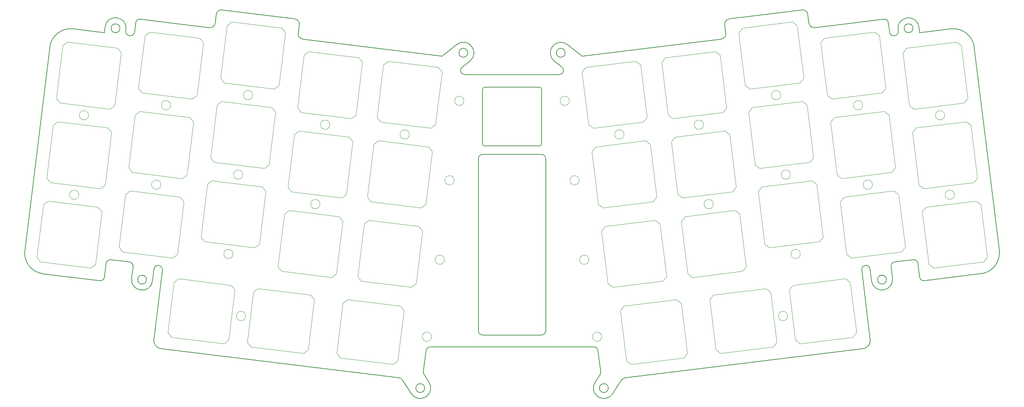
<source format=gm1>
G04 #@! TF.GenerationSoftware,KiCad,Pcbnew,7.0.10-7.0.10~ubuntu23.04.1*
G04 #@! TF.CreationDate,2024-02-03T19:19:06+00:00*
G04 #@! TF.ProjectId,plate_3_thumbs,706c6174-655f-4335-9f74-68756d62732e,v0.1*
G04 #@! TF.SameCoordinates,PX8bd8a70PY50733a9*
G04 #@! TF.FileFunction,Profile,NP*
%FSLAX46Y46*%
G04 Gerber Fmt 4.6, Leading zero omitted, Abs format (unit mm)*
G04 Created by KiCad (PCBNEW 7.0.10-7.0.10~ubuntu23.04.1) date 2024-02-03 19:19:06*
%MOMM*%
%LPD*%
G01*
G04 APERTURE LIST*
G04 #@! TA.AperFunction,Profile*
%ADD10C,0.200000*%
G04 #@! TD*
G04 #@! TA.AperFunction,Profile*
%ADD11C,0.050000*%
G04 #@! TD*
G04 APERTURE END LIST*
D10*
X77682917Y-58995632D02*
X95052477Y-61128345D01*
X130002631Y-69966074D02*
X133525011Y-67208887D01*
X243493502Y-122541636D02*
G75*
G03*
X244607885Y-123412317I992598J121936D01*
G01*
X173443954Y-146544944D02*
X230025537Y-139597600D01*
X153139472Y-91358057D02*
X140139472Y-91358057D01*
X50197233Y-119273574D02*
X49795467Y-122545699D01*
X30863549Y-116191113D02*
G75*
G03*
X35216943Y-121763192I4962551J-609487D01*
G01*
X136609867Y-71143852D02*
G75*
G03*
X133525011Y-67208887I-1542467J1967452D01*
G01*
X166363422Y-147599714D02*
G75*
G03*
X170552210Y-150329837I2094378J-1365086D01*
G01*
X136117430Y-69176357D02*
G75*
G03*
X134017430Y-69176357I-1050000J0D01*
G01*
X134017430Y-69176357D02*
G75*
G03*
X136117430Y-69176357I1050000J0D01*
G01*
X51311653Y-118402862D02*
G75*
G03*
X50197234Y-119273574I-121953J-992438D01*
G01*
X61558128Y-120668517D02*
X61215624Y-123457990D01*
X122736741Y-150333918D02*
X120560880Y-146995520D01*
X55746721Y-65124164D02*
X55826748Y-65133990D01*
X258071990Y-121759108D02*
G75*
G03*
X262425377Y-116187055I-609190J4962608D01*
G01*
X96097289Y-62465643D02*
X95839839Y-64562398D01*
X230025536Y-139597589D02*
G75*
G03*
X231766889Y-137368768I-243736J1985089D01*
G01*
X127205790Y-139149902D02*
X166082638Y-139146364D01*
X243493469Y-122541640D02*
X243091703Y-119269515D01*
X54876034Y-64009747D02*
G75*
G03*
X55746721Y-65124163I992566J-121853D01*
G01*
X61522046Y-137372827D02*
X63543155Y-120912212D01*
X56595463Y-120059178D02*
G75*
G03*
X55724720Y-118944754I-992663J121778D01*
G01*
X56252893Y-122848643D02*
X56595397Y-120059170D01*
X217200710Y-62133147D02*
G75*
G03*
X218538067Y-63177949I1191290J146547D01*
G01*
X63263399Y-139601659D02*
X119844982Y-146549003D01*
X243356838Y-63035489D02*
G75*
G03*
X238368964Y-63647923I-2493938J-306211D01*
G01*
X232073312Y-123453931D02*
X231730808Y-120664458D01*
X74750870Y-63182004D02*
G75*
G03*
X76088171Y-62137199I146130J1191204D01*
G01*
X196404283Y-65895631D02*
G75*
G03*
X197449097Y-64558339I-146083J1190931D01*
G01*
X232073347Y-123453927D02*
G75*
G03*
X237036042Y-122844584I2481353J304627D01*
G01*
X140139472Y-77358057D02*
X153139472Y-77358057D01*
X95839848Y-64562399D02*
G75*
G03*
X96884652Y-65899695I1190852J-146401D01*
G01*
X134779321Y-72573626D02*
G75*
G03*
X135394999Y-74361699I615579J-788074D01*
G01*
X96097284Y-62465642D02*
G75*
G03*
X95052475Y-61128345I-1191184J146142D01*
G01*
X256488493Y-67835015D02*
X262425377Y-116187055D01*
X159271506Y-69172298D02*
G75*
G03*
X157171506Y-69172298I-1050000J0D01*
G01*
X157171506Y-69172298D02*
G75*
G03*
X159271506Y-69172298I1050000J0D01*
G01*
X154640692Y-94348132D02*
X154640691Y-135348130D01*
X135394999Y-74361699D02*
X157895290Y-74358473D01*
X243523049Y-64389422D02*
X250916415Y-63481631D01*
X153640692Y-136348133D02*
X139640692Y-136348133D01*
X136609849Y-71143829D02*
X134779303Y-72573604D01*
X54919971Y-63651982D02*
G75*
G03*
X49932129Y-63039552I-2493921J306212D01*
G01*
X218538067Y-63177950D02*
X234959918Y-61161600D01*
X56252895Y-122848643D02*
G75*
G03*
X61215624Y-123457990I2481365J-304667D01*
G01*
X161709203Y-68729846D02*
X163286305Y-69962015D01*
X42372521Y-63485690D02*
X49765887Y-64393481D01*
X58329012Y-61165708D02*
G75*
G03*
X57214603Y-62036336I-121912J-992492D01*
G01*
X127205790Y-139149882D02*
G75*
G03*
X126214751Y-140017014I110J-1000018D01*
G01*
X237564220Y-118940724D02*
G75*
G03*
X236693540Y-120055111I121780J-992476D01*
G01*
X159763925Y-67204825D02*
X161709203Y-68729846D01*
X42372519Y-63485705D02*
G75*
G03*
X36800443Y-67839074I-609219J-4962895D01*
G01*
X138640767Y-135348132D02*
G75*
G03*
X139640692Y-136348133I1000233J232D01*
G01*
X197449097Y-64558339D02*
X197191647Y-62461584D01*
X236693539Y-120055111D02*
X237036043Y-122844584D01*
X235604679Y-123149257D02*
G75*
G03*
X233504677Y-123149257I-1050001J0D01*
G01*
X233504677Y-123149257D02*
G75*
G03*
X235604679Y-123149257I1050001J0D01*
G01*
X58329018Y-61165659D02*
X74750869Y-63182009D01*
X153639543Y-77858057D02*
G75*
G03*
X153139472Y-77358057I-500043J-43D01*
G01*
X258071993Y-121759133D02*
X244607885Y-123412317D01*
X236074307Y-62032280D02*
G75*
G03*
X234959918Y-61161601I-992507J-121820D01*
G01*
X172728056Y-146991461D02*
X170552195Y-150329859D01*
X153639472Y-77858057D02*
X153639472Y-90858057D01*
X48681051Y-123416373D02*
G75*
G03*
X49795467Y-122545699I121849J992573D01*
G01*
X55826750Y-65133972D02*
G75*
G03*
X56941164Y-64263313I121850J992572D01*
G01*
X167073850Y-140013399D02*
X167747194Y-145032513D01*
X236347789Y-64259252D02*
G75*
G03*
X237462188Y-65129931I992611J121952D01*
G01*
X139640692Y-93348132D02*
X153640692Y-93348132D01*
X167073852Y-140013399D02*
G75*
G03*
X166082638Y-139146364I-991152J-133001D01*
G01*
X198236459Y-61124286D02*
X215606019Y-58991573D01*
X125881141Y-148968822D02*
G75*
G03*
X123781139Y-148968822I-1050001J0D01*
G01*
X123781139Y-148968822D02*
G75*
G03*
X125881141Y-148968822I1050001J0D01*
G01*
X241912885Y-63341708D02*
G75*
G03*
X239812885Y-63341708I-1050000J0D01*
G01*
X239812885Y-63341708D02*
G75*
G03*
X241912885Y-63341708I1050000J0D01*
G01*
X238368963Y-63647923D02*
X238412891Y-64005689D01*
X236074334Y-62032277D02*
X236347772Y-64259254D01*
X139640692Y-93348092D02*
G75*
G03*
X138640692Y-94348132I8J-1000008D01*
G01*
X256488543Y-67835009D02*
G75*
G03*
X250916415Y-63481632I-4962843J-609491D01*
G01*
X122736732Y-150333891D02*
G75*
G03*
X126925554Y-147603747I2094438J1365031D01*
G01*
X96884652Y-65899696D02*
X130002631Y-69966074D01*
X163286305Y-69962015D02*
X196404284Y-65895637D01*
X153139472Y-91358072D02*
G75*
G03*
X153639472Y-90858057I28J499972D01*
G01*
X243091677Y-119269518D02*
G75*
G03*
X241977287Y-118398839I-992477J-121782D01*
G01*
X154640668Y-94348132D02*
G75*
G03*
X153640692Y-93348132I-999968J32D01*
G01*
X166363381Y-147599689D02*
X167593882Y-145711350D01*
X159763919Y-67204835D02*
G75*
G03*
X156679087Y-71139770I-1542419J-1967465D01*
G01*
X139639472Y-90858057D02*
X139639472Y-77858057D01*
X157895290Y-74358488D02*
G75*
G03*
X158510700Y-72570378I-90J999988D01*
G01*
X169507797Y-148964763D02*
G75*
G03*
X167407795Y-148964763I-1050001J0D01*
G01*
X167407795Y-148964763D02*
G75*
G03*
X169507797Y-148964763I1050001J0D01*
G01*
X48681051Y-123416376D02*
X35216943Y-121763192D01*
X237564216Y-118940695D02*
X241977287Y-118398838D01*
X51311649Y-118402897D02*
X55724720Y-118944754D01*
X125541773Y-145036576D02*
G75*
G03*
X125695054Y-145715409I991127J-132924D01*
G01*
X125695054Y-145715409D02*
X126925555Y-147603748D01*
X54876045Y-64009748D02*
X54919973Y-63651982D01*
X173443957Y-146544965D02*
G75*
G03*
X172728057Y-146991461I121843J-992535D01*
G01*
X216943315Y-60036384D02*
X217200764Y-62133140D01*
X231730816Y-120664421D02*
G75*
G03*
X229745781Y-120908153I-992516J-121879D01*
G01*
X243522605Y-64385805D02*
X243356807Y-63035493D01*
X167593876Y-145711346D02*
G75*
G03*
X167747194Y-145032513I-837776J545946D01*
G01*
X61522050Y-137372828D02*
G75*
G03*
X63263399Y-139601659I1985050J-243772D01*
G01*
X138640692Y-135348132D02*
X138640692Y-94348132D01*
X198236459Y-61124267D02*
G75*
G03*
X197191648Y-62461584I146341J-1191133D01*
G01*
X237462188Y-65129931D02*
X237542215Y-65120105D01*
X76088172Y-62137199D02*
X76345621Y-60040443D01*
X59784259Y-123153316D02*
G75*
G03*
X57684257Y-123153316I-1050001J0D01*
G01*
X57684257Y-123153316D02*
G75*
G03*
X59784259Y-123153316I1050001J0D01*
G01*
X125541742Y-145036572D02*
X126214750Y-140017014D01*
X56941164Y-64263313D02*
X57214602Y-62036336D01*
X120560891Y-146995513D02*
G75*
G03*
X119844982Y-146549003I-837791J-546087D01*
G01*
X158510700Y-72570378D02*
X156679087Y-71139770D01*
X139639543Y-90858057D02*
G75*
G03*
X140139472Y-91358057I499957J-43D01*
G01*
X53476051Y-63345767D02*
G75*
G03*
X51376051Y-63345767I-1050000J0D01*
G01*
X51376051Y-63345767D02*
G75*
G03*
X53476051Y-63345767I1050000J0D01*
G01*
X153640692Y-136348191D02*
G75*
G03*
X154640691Y-135348130I-92J1000091D01*
G01*
X140139472Y-77358072D02*
G75*
G03*
X139639472Y-77858057I28J-500028D01*
G01*
X30863559Y-116191114D02*
X36800443Y-67839074D01*
X49932129Y-63039552D02*
X49766331Y-64389864D01*
X216943396Y-60036375D02*
G75*
G03*
X215606019Y-58991574I-1191196J-146425D01*
G01*
X237542212Y-65120078D02*
G75*
G03*
X238412891Y-64005689I-121912J992578D01*
G01*
X229745781Y-120908153D02*
X231766890Y-137368768D01*
X63543082Y-120912203D02*
G75*
G03*
X61558132Y-120668481I-992482J121803D01*
G01*
X77682925Y-58995569D02*
G75*
G03*
X76345622Y-60040444I-146025J-1191331D01*
G01*
D11*
X199603329Y-106673651D02*
X187692775Y-108136083D01*
X199603329Y-106673651D02*
X200717744Y-107544328D01*
X186822098Y-109250499D02*
X187692775Y-108136083D01*
X186822098Y-109250499D02*
X188357652Y-121756580D01*
X202253298Y-120050409D02*
X200717744Y-107544328D01*
X188357652Y-121756580D02*
X189472067Y-122627257D01*
X201382621Y-121164825D02*
X202253298Y-120050409D01*
X189472067Y-122627257D02*
X201382621Y-121164825D01*
X167960803Y-136750673D02*
G75*
G03*
X165760803Y-136750673I-1100000J0D01*
G01*
X165760803Y-136750673D02*
G75*
G03*
X167960803Y-136750673I1100000J0D01*
G01*
X217930931Y-99625039D02*
X206020377Y-101087471D01*
X217930931Y-99625039D02*
X219045346Y-100495716D01*
X205149700Y-102201887D02*
X206020377Y-101087471D01*
X205149700Y-102201887D02*
X206685254Y-114707968D01*
X220580900Y-113001797D02*
X219045346Y-100495716D01*
X206685254Y-114707968D02*
X207799669Y-115578645D01*
X219710223Y-114116213D02*
X220580900Y-113001797D01*
X207799669Y-115578645D02*
X219710223Y-114116213D01*
X115447549Y-85670428D02*
X127358103Y-87132860D01*
X115447549Y-85670428D02*
X114576872Y-84556012D01*
X128472518Y-86262183D02*
X127358103Y-87132860D01*
X128472518Y-86262183D02*
X130008072Y-73756102D01*
X116112426Y-72049931D02*
X114576872Y-84556012D01*
X130008072Y-73756102D02*
X129137395Y-72641686D01*
X117226841Y-71179254D02*
X116112426Y-72049931D01*
X129137395Y-72641686D02*
X117226841Y-71179254D01*
X113125938Y-104578432D02*
X125036492Y-106040864D01*
X113125938Y-104578432D02*
X112255261Y-103464016D01*
X126150907Y-105170187D02*
X125036492Y-106040864D01*
X126150907Y-105170187D02*
X127686461Y-92664106D01*
X113790815Y-90957935D02*
X112255261Y-103464016D01*
X127686461Y-92664106D02*
X126815784Y-91549690D01*
X114905230Y-90087258D02*
X113790815Y-90957935D01*
X126815784Y-91549690D02*
X114905230Y-90087258D01*
X85178263Y-126133133D02*
X83715831Y-138043687D01*
X85178263Y-126133133D02*
X86292679Y-125262456D01*
X84586508Y-139158102D02*
X83715831Y-138043687D01*
X84586508Y-139158102D02*
X97092589Y-140693656D01*
X98798760Y-126798010D02*
X86292679Y-125262456D01*
X97092589Y-140693656D02*
X98207005Y-139822979D01*
X99669437Y-127912425D02*
X98798760Y-126798010D01*
X98207005Y-139822979D02*
X99669437Y-127912425D01*
X237419338Y-102030429D02*
X225508784Y-103492861D01*
X237419338Y-102030429D02*
X238533753Y-102901106D01*
X224638107Y-104607277D02*
X225508784Y-103492861D01*
X224638107Y-104607277D02*
X226173661Y-117113358D01*
X240069307Y-115407187D02*
X238533753Y-102901106D01*
X226173661Y-117113358D02*
X227288076Y-117984035D01*
X239198630Y-116521603D02*
X240069307Y-115407187D01*
X227288076Y-117984035D02*
X239198630Y-116521603D01*
X160268967Y-80607062D02*
G75*
G03*
X158068967Y-80607062I-1100000J0D01*
G01*
X158068967Y-80607062D02*
G75*
G03*
X160268967Y-80607062I1100000J0D01*
G01*
X235097727Y-83122425D02*
X223187173Y-84584857D01*
X235097727Y-83122425D02*
X236212142Y-83993102D01*
X222316496Y-85699273D02*
X223187173Y-84584857D01*
X222316496Y-85699273D02*
X223852050Y-98205354D01*
X237747696Y-96499183D02*
X236212142Y-83993102D01*
X223852050Y-98205354D02*
X224966465Y-99076031D01*
X236877019Y-97613599D02*
X237747696Y-96499183D01*
X224966465Y-99076031D02*
X236877019Y-97613599D01*
X127518141Y-136750673D02*
G75*
G03*
X125318141Y-136750673I-1100000J0D01*
G01*
X125318141Y-136750673D02*
G75*
G03*
X127518141Y-136750673I1100000J0D01*
G01*
X66270258Y-123811525D02*
X64807826Y-135722079D01*
X66270258Y-123811525D02*
X67384674Y-122940848D01*
X65678503Y-136836494D02*
X64807826Y-135722079D01*
X65678503Y-136836494D02*
X78184584Y-138372048D01*
X79890755Y-124476402D02*
X67384674Y-122940848D01*
X78184584Y-138372048D02*
X79299000Y-137501371D01*
X80761432Y-125590817D02*
X79890755Y-124476402D01*
X79299000Y-137501371D02*
X80761432Y-125590817D01*
X82674451Y-98147837D02*
G75*
G03*
X80474451Y-98147837I-1100000J0D01*
G01*
X80474451Y-98147837D02*
G75*
G03*
X82674451Y-98147837I1100000J0D01*
G01*
X232286730Y-100554051D02*
G75*
G03*
X230086730Y-100554051I-1100000J0D01*
G01*
X230086730Y-100554051D02*
G75*
G03*
X232286730Y-100554051I1100000J0D01*
G01*
X130566755Y-118423073D02*
G75*
G03*
X128366755Y-118423073I-1100000J0D01*
G01*
X128366755Y-118423073D02*
G75*
G03*
X130566755Y-118423073I1100000J0D01*
G01*
X54080315Y-116521603D02*
X65990869Y-117984035D01*
X54080315Y-116521603D02*
X53209638Y-115407187D01*
X67105284Y-117113358D02*
X65990869Y-117984035D01*
X67105284Y-117113358D02*
X68640838Y-104607277D01*
X54745192Y-102901106D02*
X53209638Y-115407187D01*
X68640838Y-104607277D02*
X67770161Y-103492861D01*
X55859607Y-102030429D02*
X54745192Y-102901106D01*
X67770161Y-103492861D02*
X55859607Y-102030429D01*
X180695325Y-108995262D02*
X168784771Y-110457694D01*
X180695325Y-108995262D02*
X181809740Y-109865939D01*
X167914094Y-111572110D02*
X168784771Y-110457694D01*
X167914094Y-111572110D02*
X169449648Y-124078191D01*
X183345294Y-122372020D02*
X181809740Y-109865939D01*
X169449648Y-124078191D02*
X170564063Y-124948868D01*
X182474617Y-123486436D02*
X183345294Y-122372020D01*
X170564063Y-124948868D02*
X182474617Y-123486436D01*
X96539545Y-83348817D02*
X108450099Y-84811249D01*
X96539545Y-83348817D02*
X95668868Y-82234401D01*
X109564514Y-83940572D02*
X108450099Y-84811249D01*
X109564514Y-83940572D02*
X111100068Y-71434491D01*
X97204422Y-69728320D02*
X95668868Y-82234401D01*
X111100068Y-71434491D02*
X110229391Y-70320075D01*
X98318837Y-68857643D02*
X97204422Y-69728320D01*
X110229391Y-70320075D02*
X98318837Y-68857643D01*
X43703801Y-102959440D02*
G75*
G03*
X41503801Y-102959440I-1100000J0D01*
G01*
X41503801Y-102959440D02*
G75*
G03*
X43703801Y-102959440I1100000J0D01*
G01*
X249453525Y-84051435D02*
G75*
G03*
X247253525Y-84051435I-1100000J0D01*
G01*
X247253525Y-84051435D02*
G75*
G03*
X249453525Y-84051435I1100000J0D01*
G01*
X110804327Y-123486436D02*
X122714881Y-124948868D01*
X110804327Y-123486436D02*
X109933650Y-122372020D01*
X123829296Y-124078191D02*
X122714881Y-124948868D01*
X123829296Y-124078191D02*
X125364850Y-111572110D01*
X111469204Y-109865939D02*
X109933650Y-122372020D01*
X125364850Y-111572110D02*
X124494173Y-110457694D01*
X112583619Y-108995262D02*
X111469204Y-109865939D01*
X124494173Y-110457694D02*
X112583619Y-108995262D01*
X210476715Y-79240650D02*
G75*
G03*
X208276715Y-79240650I-1100000J0D01*
G01*
X208276715Y-79240650D02*
G75*
G03*
X210476715Y-79240650I1100000J0D01*
G01*
X106449768Y-128744945D02*
X104987336Y-140655499D01*
X106449768Y-128744945D02*
X107564184Y-127874268D01*
X105858013Y-141769914D02*
X104987336Y-140655499D01*
X105858013Y-141769914D02*
X118364094Y-143305468D01*
X120070265Y-129409822D02*
X107564184Y-127874268D01*
X118364094Y-143305468D02*
X119478510Y-142434791D01*
X120940942Y-130524237D02*
X120070265Y-129409822D01*
X119478510Y-142434791D02*
X120940942Y-130524237D01*
X36913519Y-100018989D02*
X48824073Y-101481421D01*
X36913519Y-100018989D02*
X36042842Y-98904573D01*
X49938488Y-100610744D02*
X48824073Y-101481421D01*
X49938488Y-100610744D02*
X51474042Y-88104663D01*
X37578396Y-86398492D02*
X36042842Y-98904573D01*
X51474042Y-88104663D02*
X50603365Y-86990247D01*
X38692811Y-85527815D02*
X37578396Y-86398492D01*
X50603365Y-86990247D02*
X38692811Y-85527815D01*
X164912189Y-118423073D02*
G75*
G03*
X162712189Y-118423073I-1100000J0D01*
G01*
X162712189Y-118423073D02*
G75*
G03*
X164912189Y-118423073I1100000J0D01*
G01*
X232776116Y-64214421D02*
X220865562Y-65676853D01*
X232776116Y-64214421D02*
X233890531Y-65085098D01*
X219994885Y-66791269D02*
X220865562Y-65676853D01*
X219994885Y-66791269D02*
X221530439Y-79297350D01*
X235426085Y-77591179D02*
X233890531Y-65085098D01*
X221530439Y-79297350D02*
X222644854Y-80168027D01*
X234555408Y-78705595D02*
X235426085Y-77591179D01*
X222644854Y-80168027D02*
X234555408Y-78705595D01*
X212517512Y-125590812D02*
X213979944Y-137501366D01*
X212517512Y-125590812D02*
X213388189Y-124476397D01*
X215094360Y-138372043D02*
X213979944Y-137501366D01*
X215094360Y-138372043D02*
X227600441Y-136836489D01*
X225894270Y-122940843D02*
X213388189Y-124476397D01*
X227600441Y-136836489D02*
X228471118Y-135722074D01*
X227008686Y-123811520D02*
X225894270Y-122940843D01*
X228471118Y-135722074D02*
X227008686Y-123811520D01*
X252264523Y-66619811D02*
X240353969Y-68082243D01*
X252264523Y-66619811D02*
X253378938Y-67490488D01*
X239483292Y-69196659D02*
X240353969Y-68082243D01*
X239483292Y-69196659D02*
X241018846Y-81702740D01*
X254914492Y-79996569D02*
X253378938Y-67490488D01*
X241018846Y-81702740D02*
X242133261Y-82573417D01*
X254043815Y-81110985D02*
X254914492Y-79996569D01*
X242133261Y-82573417D02*
X254043815Y-81110985D01*
X56401926Y-97613599D02*
X68312480Y-99076031D01*
X56401926Y-97613599D02*
X55531249Y-96499183D01*
X69426895Y-98205354D02*
X68312480Y-99076031D01*
X69426895Y-98205354D02*
X70962449Y-85699273D01*
X57066803Y-83993102D02*
X55531249Y-96499183D01*
X70962449Y-85699273D02*
X70091772Y-84584857D01*
X58181218Y-83122425D02*
X57066803Y-83993102D01*
X70091772Y-84584857D02*
X58181218Y-83122425D01*
X39235130Y-81110985D02*
X51145684Y-82573417D01*
X39235130Y-81110985D02*
X38364453Y-79996569D01*
X52260099Y-81702740D02*
X51145684Y-82573417D01*
X52260099Y-81702740D02*
X53795653Y-69196659D01*
X39900007Y-67490488D02*
X38364453Y-79996569D01*
X53795653Y-69196659D02*
X52924976Y-68082243D01*
X41014422Y-66619811D02*
X39900007Y-67490488D01*
X52924976Y-68082243D02*
X41014422Y-66619811D01*
X193609508Y-127912425D02*
X195071940Y-139822979D01*
X193609508Y-127912425D02*
X194480185Y-126798010D01*
X196186356Y-140693656D02*
X195071940Y-139822979D01*
X196186356Y-140693656D02*
X208692437Y-139158102D01*
X206986266Y-125262456D02*
X194480185Y-126798010D01*
X208692437Y-139158102D02*
X209563114Y-138043687D01*
X208100682Y-126133133D02*
X206986266Y-125262456D01*
X209563114Y-138043687D02*
X208100682Y-126133133D01*
X192149112Y-86289267D02*
G75*
G03*
X189949112Y-86289267I-1100000J0D01*
G01*
X189949112Y-86289267D02*
G75*
G03*
X192149112Y-86289267I1100000J0D01*
G01*
X65513824Y-81646043D02*
G75*
G03*
X63313824Y-81646043I-1100000J0D01*
G01*
X63313824Y-81646043D02*
G75*
G03*
X65513824Y-81646043I1100000J0D01*
G01*
X172338003Y-130524237D02*
X173800435Y-142434791D01*
X172338003Y-130524237D02*
X173208680Y-129409822D01*
X174914851Y-143305468D02*
X173800435Y-142434791D01*
X174914851Y-143305468D02*
X187420932Y-141769914D01*
X185714761Y-127874268D02*
X173208680Y-129409822D01*
X187420932Y-141769914D02*
X188291609Y-140655499D01*
X186829177Y-128744945D02*
X185714761Y-127874268D01*
X188291609Y-140655499D02*
X186829177Y-128744945D01*
X58723537Y-78705595D02*
X70634091Y-80168027D01*
X58723537Y-78705595D02*
X57852860Y-77591179D01*
X71748506Y-79297350D02*
X70634091Y-80168027D01*
X71748506Y-79297350D02*
X73284060Y-66791269D01*
X59388414Y-65085098D02*
X57852860Y-77591179D01*
X73284060Y-66791269D02*
X72413383Y-65676853D01*
X60502829Y-64214421D02*
X59388414Y-65085098D01*
X72413383Y-65676853D02*
X60502829Y-64214421D01*
X75890333Y-95208209D02*
X87800887Y-96670641D01*
X75890333Y-95208209D02*
X75019656Y-94093793D01*
X88915302Y-95799964D02*
X87800887Y-96670641D01*
X88915302Y-95799964D02*
X90450856Y-83293883D01*
X76555210Y-81587712D02*
X75019656Y-94093793D01*
X90450856Y-83293883D02*
X89580179Y-82179467D01*
X77669625Y-80717035D02*
X76555210Y-81587712D01*
X89580179Y-82179467D02*
X77669625Y-80717035D01*
X101002051Y-105196455D02*
G75*
G03*
X98802051Y-105196455I-1100000J0D01*
G01*
X98802051Y-105196455D02*
G75*
G03*
X101002051Y-105196455I1100000J0D01*
G01*
X251775141Y-102959438D02*
G75*
G03*
X249575141Y-102959438I-1100000J0D01*
G01*
X249575141Y-102959438D02*
G75*
G03*
X251775141Y-102959438I1100000J0D01*
G01*
X256909113Y-104432605D02*
X244998559Y-105895037D01*
X256909113Y-104432605D02*
X258023528Y-105303282D01*
X244127882Y-107009453D02*
X244998559Y-105895037D01*
X244127882Y-107009453D02*
X245663436Y-119515534D01*
X259559082Y-117809363D02*
X258023528Y-105303282D01*
X245663436Y-119515534D02*
X246777851Y-120386211D01*
X258688405Y-118923779D02*
X259559082Y-117809363D01*
X246777851Y-120386211D02*
X258688405Y-118923779D01*
X162590576Y-99515068D02*
G75*
G03*
X160390576Y-99515068I-1100000J0D01*
G01*
X160390576Y-99515068D02*
G75*
G03*
X162590576Y-99515068I1100000J0D01*
G01*
X85002227Y-79240652D02*
G75*
G03*
X82802227Y-79240652I-1100000J0D01*
G01*
X82802227Y-79240652D02*
G75*
G03*
X85002227Y-79240652I1100000J0D01*
G01*
X135209977Y-80607062D02*
G75*
G03*
X133009977Y-80607062I-1100000J0D01*
G01*
X133009977Y-80607062D02*
G75*
G03*
X135209977Y-80607062I1100000J0D01*
G01*
X80352841Y-117055846D02*
G75*
G03*
X78152841Y-117055846I-1100000J0D01*
G01*
X78152841Y-117055846D02*
G75*
G03*
X80352841Y-117055846I1100000J0D01*
G01*
X83338631Y-131817253D02*
G75*
G03*
X81138631Y-131817253I-1100000J0D01*
G01*
X81138631Y-131817253D02*
G75*
G03*
X83338631Y-131817253I1100000J0D01*
G01*
X173247274Y-88610059D02*
G75*
G03*
X171047274Y-88610059I-1100000J0D01*
G01*
X171047274Y-88610059D02*
G75*
G03*
X173247274Y-88610059I1100000J0D01*
G01*
X103329832Y-86289267D02*
G75*
G03*
X101129832Y-86289267I-1100000J0D01*
G01*
X101129832Y-86289267D02*
G75*
G03*
X103329832Y-86289267I1100000J0D01*
G01*
X34598076Y-118927813D02*
X46508630Y-120390245D01*
X34598076Y-118927813D02*
X33727399Y-117813397D01*
X47623045Y-119519568D02*
X46508630Y-120390245D01*
X47623045Y-119519568D02*
X49158599Y-107013487D01*
X35262953Y-105307316D02*
X33727399Y-117813397D01*
X49158599Y-107013487D02*
X48287922Y-105899071D01*
X36377368Y-104436639D02*
X35262953Y-105307316D01*
X48287922Y-105899071D02*
X36377368Y-104436639D01*
X215126101Y-117055844D02*
G75*
G03*
X212926101Y-117055844I-1100000J0D01*
G01*
X212926101Y-117055844D02*
G75*
G03*
X215126101Y-117055844I1100000J0D01*
G01*
X229965120Y-81646043D02*
G75*
G03*
X227765120Y-81646043I-1100000J0D01*
G01*
X227765120Y-81646043D02*
G75*
G03*
X229965120Y-81646043I1100000J0D01*
G01*
X91896323Y-121164825D02*
X103806877Y-122627257D01*
X91896323Y-121164825D02*
X91025646Y-120050409D01*
X104921292Y-121756580D02*
X103806877Y-122627257D01*
X104921292Y-121756580D02*
X106456846Y-109250499D01*
X92561200Y-107544328D02*
X91025646Y-120050409D01*
X106456846Y-109250499D02*
X105586169Y-108136083D01*
X93675615Y-106673651D02*
X92561200Y-107544328D01*
X105586169Y-108136083D02*
X93675615Y-106673651D01*
X212140311Y-131817251D02*
G75*
G03*
X209940311Y-131817251I-1100000J0D01*
G01*
X209940311Y-131817251D02*
G75*
G03*
X212140311Y-131817251I1100000J0D01*
G01*
X132888368Y-99515068D02*
G75*
G03*
X130688368Y-99515068I-1100000J0D01*
G01*
X130688368Y-99515068D02*
G75*
G03*
X132888368Y-99515068I1100000J0D01*
G01*
X73568722Y-114116213D02*
X85479276Y-115578645D01*
X73568722Y-114116213D02*
X72698045Y-113001797D01*
X86593691Y-114707968D02*
X85479276Y-115578645D01*
X86593691Y-114707968D02*
X88129245Y-102201887D01*
X74233599Y-100495716D02*
X72698045Y-113001797D01*
X88129245Y-102201887D02*
X87258568Y-101087471D01*
X75348014Y-99625039D02*
X74233599Y-100495716D01*
X87258568Y-101087471D02*
X75348014Y-99625039D01*
X254586134Y-85527815D02*
X242675580Y-86990247D01*
X254586134Y-85527815D02*
X255700549Y-86398492D01*
X241804903Y-88104663D02*
X242675580Y-86990247D01*
X241804903Y-88104663D02*
X243340457Y-100610744D01*
X257236103Y-98904573D02*
X255700549Y-86398492D01*
X243340457Y-100610744D02*
X244454872Y-101481421D01*
X256365426Y-100018989D02*
X257236103Y-98904573D01*
X244454872Y-101481421D02*
X256365426Y-100018989D01*
X176052103Y-71179254D02*
X164141549Y-72641686D01*
X176052103Y-71179254D02*
X177166518Y-72049931D01*
X163270872Y-73756102D02*
X164141549Y-72641686D01*
X163270872Y-73756102D02*
X164806426Y-86262183D01*
X178702072Y-84556012D02*
X177166518Y-72049931D01*
X164806426Y-86262183D02*
X165920841Y-87132860D01*
X177831395Y-85670428D02*
X178702072Y-84556012D01*
X165920841Y-87132860D02*
X177831395Y-85670428D01*
X197281718Y-87765647D02*
X185371164Y-89228079D01*
X197281718Y-87765647D02*
X198396133Y-88636324D01*
X184500487Y-90342495D02*
X185371164Y-89228079D01*
X184500487Y-90342495D02*
X186036041Y-102848576D01*
X199931687Y-101142405D02*
X198396133Y-88636324D01*
X186036041Y-102848576D02*
X187150456Y-103719253D01*
X199061010Y-102256821D02*
X199931687Y-101142405D01*
X187150456Y-103719253D02*
X199061010Y-102256821D01*
X178373714Y-90087258D02*
X166463160Y-91549690D01*
X178373714Y-90087258D02*
X179488129Y-90957935D01*
X165592483Y-92664106D02*
X166463160Y-91549690D01*
X165592483Y-92664106D02*
X167128037Y-105170187D01*
X181023683Y-103464016D02*
X179488129Y-90957935D01*
X167128037Y-105170187D02*
X168242452Y-106040864D01*
X180153006Y-104578432D02*
X181023683Y-103464016D01*
X168242452Y-106040864D02*
X180153006Y-104578432D01*
X194476891Y-105196453D02*
G75*
G03*
X192276891Y-105196453I-1100000J0D01*
G01*
X192276891Y-105196453D02*
G75*
G03*
X194476891Y-105196453I1100000J0D01*
G01*
X46025417Y-84051437D02*
G75*
G03*
X43825417Y-84051437I-1100000J0D01*
G01*
X43825417Y-84051437D02*
G75*
G03*
X46025417Y-84051437I1100000J0D01*
G01*
X213287709Y-61809031D02*
X201377155Y-63271463D01*
X213287709Y-61809031D02*
X214402124Y-62679708D01*
X200506478Y-64385879D02*
X201377155Y-63271463D01*
X200506478Y-64385879D02*
X202042032Y-76891960D01*
X215937678Y-75185789D02*
X214402124Y-62679708D01*
X202042032Y-76891960D02*
X203156447Y-77762637D01*
X215067001Y-76300205D02*
X215937678Y-75185789D01*
X203156447Y-77762637D02*
X215067001Y-76300205D01*
X212804491Y-98147835D02*
G75*
G03*
X210604491Y-98147835I-1100000J0D01*
G01*
X210604491Y-98147835D02*
G75*
G03*
X212804491Y-98147835I1100000J0D01*
G01*
X194960107Y-68857643D02*
X183049553Y-70320075D01*
X194960107Y-68857643D02*
X196074522Y-69728320D01*
X182178876Y-71434491D02*
X183049553Y-70320075D01*
X182178876Y-71434491D02*
X183714430Y-83940572D01*
X197610076Y-82234401D02*
X196074522Y-69728320D01*
X183714430Y-83940572D02*
X184828845Y-84811249D01*
X196739399Y-83348817D02*
X197610076Y-82234401D01*
X184828845Y-84811249D02*
X196739399Y-83348817D01*
X122231668Y-88610061D02*
G75*
G03*
X120031668Y-88610061I-1100000J0D01*
G01*
X120031668Y-88610061D02*
G75*
G03*
X122231668Y-88610061I1100000J0D01*
G01*
X63192212Y-100554053D02*
G75*
G03*
X60992212Y-100554053I-1100000J0D01*
G01*
X60992212Y-100554053D02*
G75*
G03*
X63192212Y-100554053I1100000J0D01*
G01*
X78211944Y-76300205D02*
X90122498Y-77762637D01*
X78211944Y-76300205D02*
X77341267Y-75185789D01*
X91236913Y-76891960D02*
X90122498Y-77762637D01*
X91236913Y-76891960D02*
X92772467Y-64385879D01*
X78876821Y-62679708D02*
X77341267Y-75185789D01*
X92772467Y-64385879D02*
X91901790Y-63271463D01*
X79991236Y-61809031D02*
X78876821Y-62679708D01*
X91901790Y-63271463D02*
X79991236Y-61809031D01*
X94217934Y-102256821D02*
X106128488Y-103719253D01*
X94217934Y-102256821D02*
X93347257Y-101142405D01*
X107242903Y-102848576D02*
X106128488Y-103719253D01*
X107242903Y-102848576D02*
X108778457Y-90342495D01*
X94882811Y-88636324D02*
X93347257Y-101142405D01*
X108778457Y-90342495D02*
X107907780Y-89228079D01*
X95997226Y-87765647D02*
X94882811Y-88636324D01*
X107907780Y-89228079D02*
X95997226Y-87765647D01*
X215609320Y-80717035D02*
X203698766Y-82179467D01*
X215609320Y-80717035D02*
X216723735Y-81587712D01*
X202828089Y-83293883D02*
X203698766Y-82179467D01*
X202828089Y-83293883D02*
X204363643Y-95799964D01*
X218259289Y-94093793D02*
X216723735Y-81587712D01*
X204363643Y-95799964D02*
X205478058Y-96670641D01*
X217388612Y-95208209D02*
X218259289Y-94093793D01*
X205478058Y-96670641D02*
X217388612Y-95208209D01*
M02*

</source>
